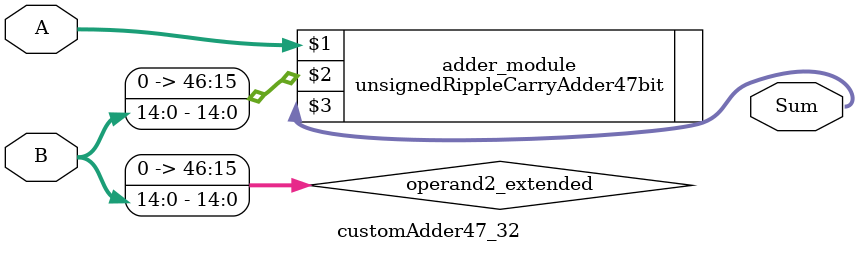
<source format=v>
module customAdder47_32(
                        input [46 : 0] A,
                        input [14 : 0] B,
                        
                        output [47 : 0] Sum
                );

        wire [46 : 0] operand2_extended;
        
        assign operand2_extended =  {32'b0, B};
        
        unsignedRippleCarryAdder47bit adder_module(
            A,
            operand2_extended,
            Sum
        );
        
        endmodule
        
</source>
